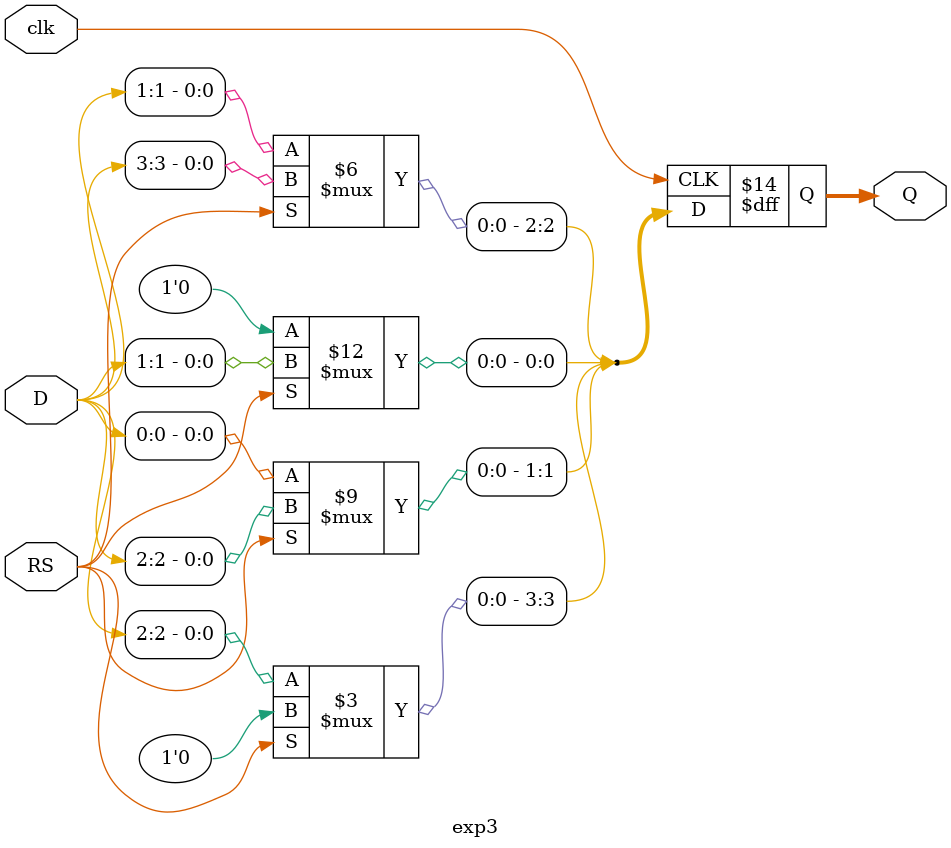
<source format=v>
module	exp3(RS,D,clk,Q);

input	[3:0]D;
input	RS,clk;
output	reg[3:0]Q;

always	@(posedge	clk)
	begin
		Q=D;
		
		if(RS)
		
			begin
			//RIGHT SHIFT
			Q[0]<=D[1];
			Q[1]<=D[2];
			Q[2]<=D[3];
			Q[3]<=0;
		
			end
		
		else
		
			begin
			//Left SHIFT
			Q[3]<=D[2];
			Q[2]<=D[1];
			Q[1]<=D[0];
			Q[0]<=0;
			end
	end
	
endmodule
</source>
